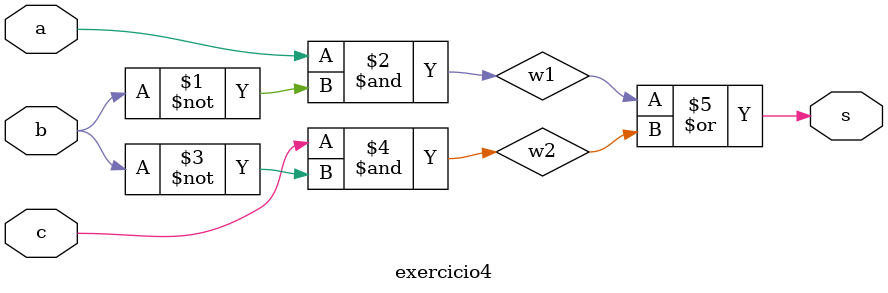
<source format=sv>
module exercicio4(
    input logic a, b, c,
    output logic s
);
    logic w1, w2;

    assign w1 = a & ~b;
    assign w2 = c & ~b;
    assign s = w1 | w2;
endmodule
</source>
